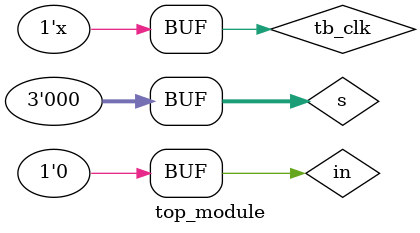
<source format=v>
module top_module();
reg tb_clk,in,out;
    reg [2:0] s;
    q7 a(.clk(tb_clk),.in(in),.s(s),.out(out));
	always 
    begin: clk_gen
        #5;
        tb_clk = !tb_clk;
    end
        
    initial begin
    	tb_clk = 0;
        in = 0;
        s = 2'd2;
		#10;
        s = 3'd6;
        #10;
        in = 1;
        s = 2'd2;
        #10;
        in = 0;
        s = 3'd7;
        #10;
        in =1;
        s = 0;
        #30;
        in = 0;
    end
    
endmodule

</source>
